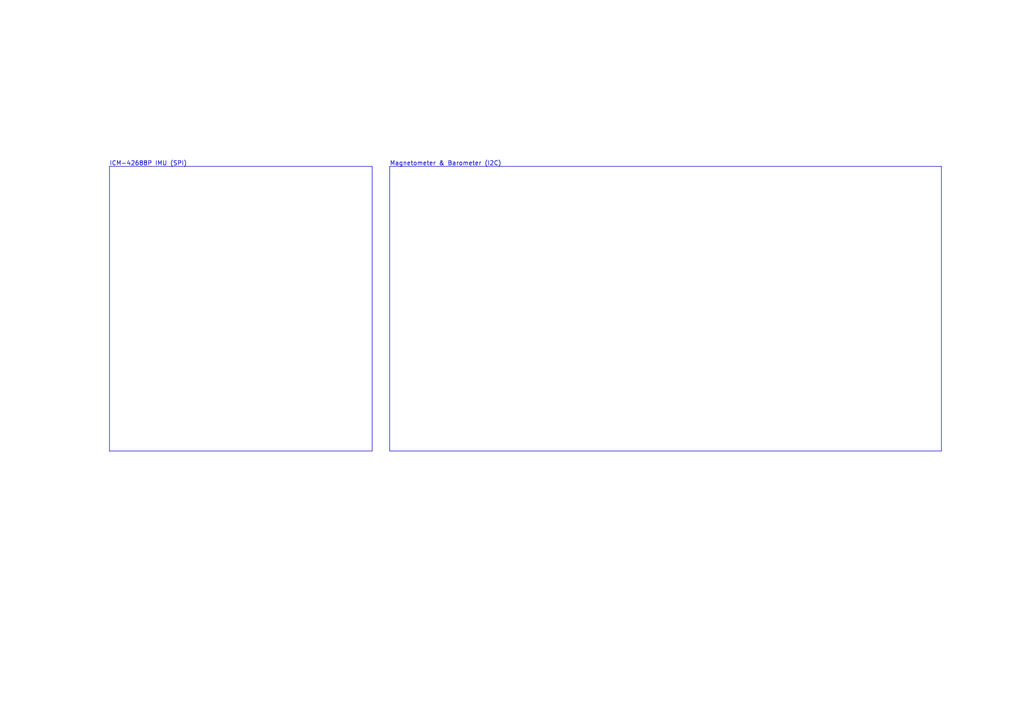
<source format=kicad_sch>
(kicad_sch (version 20230121) (generator eeschema)
  (paper "A4")
  (lib_symbols)
  (polyline (pts (xy 273.05 130.81) (xy 113.03 130.81)))
  (polyline (pts (xy 107.95 130.81) (xy 31.75 130.81)))
  (polyline (pts (xy 273.05 48.26) (xy 273.05 130.81)))
  (polyline (pts (xy 31.75 48.26) (xy 107.95 48.26)))
  (polyline (pts (xy 107.95 48.26) (xy 107.95 130.81)))
  (polyline (pts (xy 113.03 48.26) (xy 273.05 48.26)))
  (polyline (pts (xy 31.75 48.26) (xy 31.75 130.81)))
  (polyline (pts (xy 113.03 48.26) (xy 113.03 130.81)))
  (text "ICM-42688P IMU (SPI)" (at 31.75 48.26 0) (effects (font (size 1.27 1.27)) (justify left bottom)))
  (text "Magnetometer & Barometer (I2C)" (at 113.03 48.26 0) (effects (font (size 1.27 1.27)) (justify left bottom)))
)
</source>
